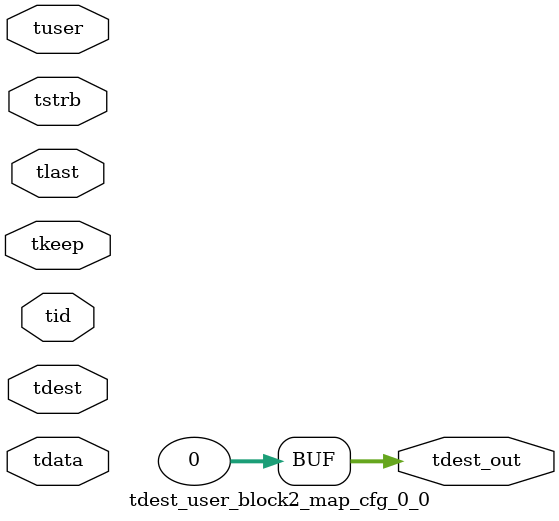
<source format=v>


`timescale 1ps/1ps

module tdest_user_block2_map_cfg_0_0 #
(
parameter C_S_AXIS_TDATA_WIDTH = 32,
parameter C_S_AXIS_TUSER_WIDTH = 0,
parameter C_S_AXIS_TID_WIDTH   = 0,
parameter C_S_AXIS_TDEST_WIDTH = 0,
parameter C_M_AXIS_TDEST_WIDTH = 32
)
(
input  [(C_S_AXIS_TDATA_WIDTH == 0 ? 1 : C_S_AXIS_TDATA_WIDTH)-1:0     ] tdata,
input  [(C_S_AXIS_TUSER_WIDTH == 0 ? 1 : C_S_AXIS_TUSER_WIDTH)-1:0     ] tuser,
input  [(C_S_AXIS_TID_WIDTH   == 0 ? 1 : C_S_AXIS_TID_WIDTH)-1:0       ] tid,
input  [(C_S_AXIS_TDEST_WIDTH == 0 ? 1 : C_S_AXIS_TDEST_WIDTH)-1:0     ] tdest,
input  [(C_S_AXIS_TDATA_WIDTH/8)-1:0 ] tkeep,
input  [(C_S_AXIS_TDATA_WIDTH/8)-1:0 ] tstrb,
input                                                                    tlast,
output [C_M_AXIS_TDEST_WIDTH-1:0] tdest_out
);

assign tdest_out = {1'b0};

endmodule


</source>
